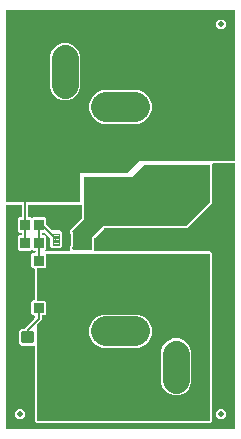
<source format=gtl>
G04 EAGLE Gerber RS-274X export*
G75*
%MOMM*%
%FSLAX34Y34*%
%LPD*%
%INTop Copper*%
%IPPOS*%
%AMOC8*
5,1,8,0,0,1.08239X$1,22.5*%
G01*
%ADD10R,1.200000X0.800000*%
%ADD11R,0.850000X0.900000*%
%ADD12R,2.100000X1.400000*%
%ADD13C,0.300000*%
%ADD14C,2.500000*%
%ADD15C,2.250000*%
%ADD16R,4.500000X2.600000*%
%ADD17C,0.120000*%
%ADD18C,0.500000*%
%ADD19C,0.152400*%
%ADD20C,0.756400*%

G36*
X175020Y424242D02*
X175020Y424242D01*
X175039Y424240D01*
X175141Y424262D01*
X175243Y424279D01*
X175260Y424288D01*
X175280Y424292D01*
X175369Y424345D01*
X175460Y424394D01*
X175474Y424408D01*
X175491Y424418D01*
X175558Y424497D01*
X175630Y424572D01*
X175638Y424590D01*
X175651Y424605D01*
X175690Y424701D01*
X175733Y424795D01*
X175735Y424815D01*
X175743Y424833D01*
X175761Y425000D01*
X175761Y449239D01*
X215000Y449239D01*
X215090Y449254D01*
X215181Y449261D01*
X215211Y449273D01*
X215243Y449279D01*
X215323Y449321D01*
X215407Y449357D01*
X215439Y449383D01*
X215460Y449394D01*
X215482Y449417D01*
X215538Y449462D01*
X225315Y459239D01*
X306444Y459239D01*
X306464Y459242D01*
X306483Y459240D01*
X306585Y459262D01*
X306687Y459279D01*
X306704Y459288D01*
X306724Y459292D01*
X306813Y459345D01*
X306904Y459394D01*
X306918Y459408D01*
X306935Y459418D01*
X307002Y459497D01*
X307074Y459572D01*
X307082Y459590D01*
X307095Y459605D01*
X307134Y459701D01*
X307177Y459795D01*
X307179Y459815D01*
X307187Y459833D01*
X307205Y460000D01*
X307205Y586444D01*
X307202Y586464D01*
X307204Y586483D01*
X307182Y586585D01*
X307166Y586687D01*
X307156Y586704D01*
X307152Y586724D01*
X307099Y586813D01*
X307050Y586904D01*
X307036Y586918D01*
X307026Y586935D01*
X306947Y587002D01*
X306872Y587074D01*
X306854Y587082D01*
X306839Y587095D01*
X306743Y587134D01*
X306649Y587177D01*
X306629Y587179D01*
X306611Y587187D01*
X306444Y587205D01*
X113556Y587205D01*
X113536Y587202D01*
X113517Y587204D01*
X113415Y587182D01*
X113313Y587166D01*
X113296Y587156D01*
X113276Y587152D01*
X113187Y587099D01*
X113096Y587050D01*
X113082Y587036D01*
X113065Y587026D01*
X112998Y586947D01*
X112926Y586872D01*
X112918Y586854D01*
X112905Y586839D01*
X112866Y586743D01*
X112823Y586649D01*
X112821Y586629D01*
X112813Y586611D01*
X112795Y586444D01*
X112795Y425000D01*
X112798Y424980D01*
X112796Y424961D01*
X112818Y424859D01*
X112834Y424757D01*
X112844Y424740D01*
X112848Y424720D01*
X112901Y424631D01*
X112950Y424540D01*
X112964Y424526D01*
X112974Y424509D01*
X113053Y424442D01*
X113128Y424371D01*
X113146Y424362D01*
X113161Y424349D01*
X113257Y424310D01*
X113351Y424267D01*
X113371Y424265D01*
X113389Y424257D01*
X113556Y424239D01*
X175000Y424239D01*
X175020Y424242D01*
G37*
G36*
X285020Y239242D02*
X285020Y239242D01*
X285039Y239240D01*
X285141Y239262D01*
X285243Y239279D01*
X285260Y239288D01*
X285280Y239292D01*
X285369Y239345D01*
X285460Y239394D01*
X285474Y239408D01*
X285491Y239418D01*
X285558Y239497D01*
X285630Y239572D01*
X285638Y239590D01*
X285651Y239605D01*
X285690Y239701D01*
X285733Y239795D01*
X285735Y239815D01*
X285743Y239833D01*
X285761Y240000D01*
X285761Y380000D01*
X285758Y380020D01*
X285760Y380039D01*
X285738Y380141D01*
X285722Y380243D01*
X285712Y380260D01*
X285708Y380280D01*
X285655Y380369D01*
X285606Y380460D01*
X285592Y380474D01*
X285582Y380491D01*
X285503Y380558D01*
X285428Y380630D01*
X285410Y380638D01*
X285395Y380651D01*
X285299Y380690D01*
X285205Y380733D01*
X285185Y380735D01*
X285167Y380743D01*
X285000Y380761D01*
X147336Y380761D01*
X147316Y380758D01*
X147297Y380760D01*
X147195Y380738D01*
X147093Y380722D01*
X147076Y380712D01*
X147056Y380708D01*
X146967Y380655D01*
X146876Y380606D01*
X146862Y380592D01*
X146845Y380582D01*
X146778Y380503D01*
X146706Y380428D01*
X146698Y380410D01*
X146685Y380395D01*
X146646Y380299D01*
X146603Y380205D01*
X146601Y380185D01*
X146593Y380167D01*
X146575Y380000D01*
X146575Y369868D01*
X145682Y368975D01*
X140000Y368975D01*
X139980Y368972D01*
X139961Y368974D01*
X139859Y368952D01*
X139757Y368936D01*
X139740Y368926D01*
X139720Y368922D01*
X139631Y368869D01*
X139540Y368820D01*
X139526Y368806D01*
X139509Y368796D01*
X139442Y368717D01*
X139371Y368642D01*
X139362Y368624D01*
X139349Y368609D01*
X139310Y368513D01*
X139267Y368419D01*
X139265Y368399D01*
X139257Y368381D01*
X139239Y368214D01*
X139239Y341786D01*
X139242Y341766D01*
X139240Y341747D01*
X139262Y341645D01*
X139279Y341543D01*
X139288Y341526D01*
X139292Y341506D01*
X139345Y341417D01*
X139394Y341326D01*
X139408Y341312D01*
X139418Y341295D01*
X139497Y341228D01*
X139572Y341156D01*
X139590Y341148D01*
X139605Y341135D01*
X139701Y341096D01*
X139795Y341053D01*
X139815Y341051D01*
X139833Y341043D01*
X140000Y341025D01*
X145682Y341025D01*
X146575Y340132D01*
X146575Y329868D01*
X145682Y328975D01*
X143848Y328975D01*
X143828Y328972D01*
X143809Y328974D01*
X143707Y328952D01*
X143605Y328936D01*
X143588Y328926D01*
X143568Y328922D01*
X143479Y328869D01*
X143388Y328820D01*
X143374Y328806D01*
X143357Y328796D01*
X143290Y328717D01*
X143218Y328642D01*
X143210Y328624D01*
X143197Y328609D01*
X143158Y328513D01*
X143115Y328419D01*
X143113Y328399D01*
X143105Y328381D01*
X143087Y328214D01*
X143087Y324853D01*
X139462Y321228D01*
X139419Y321169D01*
X139374Y321121D01*
X139366Y321104D01*
X139349Y321084D01*
X139337Y321054D01*
X139318Y321028D01*
X139294Y320949D01*
X139270Y320898D01*
X139268Y320884D01*
X139257Y320856D01*
X139253Y320815D01*
X139246Y320793D01*
X139247Y320761D01*
X139239Y320690D01*
X139239Y240000D01*
X139242Y239980D01*
X139240Y239961D01*
X139262Y239859D01*
X139279Y239757D01*
X139288Y239740D01*
X139292Y239720D01*
X139345Y239631D01*
X139394Y239540D01*
X139408Y239526D01*
X139418Y239509D01*
X139497Y239442D01*
X139572Y239371D01*
X139590Y239362D01*
X139605Y239349D01*
X139701Y239310D01*
X139795Y239267D01*
X139815Y239265D01*
X139833Y239257D01*
X140000Y239239D01*
X285000Y239239D01*
X285020Y239242D01*
G37*
G36*
X306464Y232798D02*
X306464Y232798D01*
X306483Y232796D01*
X306585Y232818D01*
X306687Y232834D01*
X306704Y232844D01*
X306724Y232848D01*
X306813Y232901D01*
X306904Y232950D01*
X306918Y232964D01*
X306935Y232974D01*
X307002Y233053D01*
X307074Y233128D01*
X307082Y233146D01*
X307095Y233161D01*
X307134Y233257D01*
X307177Y233351D01*
X307179Y233371D01*
X307187Y233389D01*
X307205Y233556D01*
X307205Y456476D01*
X307202Y456496D01*
X307204Y456515D01*
X307182Y456617D01*
X307166Y456719D01*
X307156Y456736D01*
X307152Y456756D01*
X307099Y456845D01*
X307050Y456936D01*
X307036Y456950D01*
X307026Y456967D01*
X306947Y457034D01*
X306872Y457106D01*
X306854Y457114D01*
X306839Y457127D01*
X306743Y457166D01*
X306649Y457209D01*
X306629Y457211D01*
X306611Y457219D01*
X306444Y457237D01*
X288508Y457237D01*
X288436Y457226D01*
X288365Y457224D01*
X288316Y457206D01*
X288265Y457198D01*
X288201Y457164D01*
X288134Y457139D01*
X288093Y457107D01*
X288048Y457082D01*
X287998Y457030D01*
X287942Y456985D01*
X287914Y456942D01*
X287878Y456904D01*
X287848Y456839D01*
X287809Y456778D01*
X287796Y456728D01*
X287775Y456681D01*
X287767Y456609D01*
X287749Y456540D01*
X287753Y456488D01*
X287747Y456437D01*
X287763Y456366D01*
X287763Y423856D01*
X266144Y402237D01*
X196460Y402237D01*
X196370Y402223D01*
X196279Y402215D01*
X196249Y402203D01*
X196217Y402198D01*
X196136Y402155D01*
X196052Y402119D01*
X196020Y402093D01*
X196000Y402082D01*
X195977Y402059D01*
X195921Y402014D01*
X187986Y394079D01*
X187933Y394005D01*
X187873Y393935D01*
X187861Y393905D01*
X187842Y393879D01*
X187815Y393792D01*
X187781Y393707D01*
X187777Y393666D01*
X187770Y393644D01*
X187771Y393612D01*
X187763Y393540D01*
X187763Y383658D01*
X187754Y383628D01*
X187755Y383556D01*
X187747Y383485D01*
X187758Y383434D01*
X187760Y383382D01*
X187784Y383315D01*
X187800Y383244D01*
X187826Y383200D01*
X187844Y383151D01*
X187889Y383095D01*
X187926Y383033D01*
X187965Y382999D01*
X187997Y382959D01*
X188058Y382920D01*
X188113Y382873D01*
X188161Y382854D01*
X188204Y382826D01*
X188274Y382808D01*
X188341Y382781D01*
X188412Y382773D01*
X188443Y382766D01*
X188466Y382767D01*
X188508Y382763D01*
X286144Y382763D01*
X287763Y381144D01*
X287763Y238856D01*
X286144Y237237D01*
X138856Y237237D01*
X137237Y238856D01*
X137237Y302238D01*
X137234Y302258D01*
X137236Y302277D01*
X137214Y302379D01*
X137198Y302481D01*
X137188Y302498D01*
X137184Y302518D01*
X137131Y302607D01*
X137082Y302698D01*
X137068Y302712D01*
X137058Y302729D01*
X136979Y302796D01*
X136904Y302868D01*
X136886Y302876D01*
X136871Y302889D01*
X136775Y302928D01*
X136681Y302971D01*
X136661Y302973D01*
X136643Y302981D01*
X136476Y302999D01*
X126280Y302999D01*
X124229Y305050D01*
X124229Y314950D01*
X126280Y317001D01*
X127778Y317001D01*
X127868Y317015D01*
X127959Y317023D01*
X127989Y317035D01*
X128021Y317040D01*
X128102Y317083D01*
X128186Y317119D01*
X128218Y317145D01*
X128238Y317156D01*
X128261Y317179D01*
X128317Y317224D01*
X137014Y325921D01*
X137061Y325986D01*
X137074Y326000D01*
X137077Y326007D01*
X137127Y326065D01*
X137139Y326095D01*
X137158Y326121D01*
X137185Y326208D01*
X137219Y326293D01*
X137223Y326334D01*
X137230Y326356D01*
X137229Y326388D01*
X137237Y326460D01*
X137237Y327738D01*
X137234Y327758D01*
X137236Y327777D01*
X137214Y327879D01*
X137198Y327981D01*
X137188Y327998D01*
X137184Y328018D01*
X137131Y328107D01*
X137082Y328198D01*
X137068Y328212D01*
X137058Y328229D01*
X136979Y328296D01*
X136904Y328368D01*
X136886Y328376D01*
X136871Y328389D01*
X136775Y328428D01*
X136681Y328471D01*
X136661Y328473D01*
X136643Y328481D01*
X136476Y328499D01*
X135721Y328499D01*
X134549Y329671D01*
X134549Y340329D01*
X135721Y341501D01*
X136476Y341501D01*
X136496Y341504D01*
X136515Y341502D01*
X136617Y341524D01*
X136719Y341540D01*
X136736Y341550D01*
X136756Y341554D01*
X136845Y341607D01*
X136936Y341656D01*
X136950Y341670D01*
X136967Y341680D01*
X137034Y341759D01*
X137106Y341834D01*
X137114Y341852D01*
X137127Y341867D01*
X137166Y341963D01*
X137209Y342057D01*
X137211Y342077D01*
X137219Y342095D01*
X137237Y342262D01*
X137237Y367738D01*
X137234Y367758D01*
X137236Y367777D01*
X137214Y367879D01*
X137198Y367981D01*
X137188Y367998D01*
X137184Y368018D01*
X137131Y368107D01*
X137082Y368198D01*
X137068Y368212D01*
X137058Y368229D01*
X136979Y368296D01*
X136904Y368368D01*
X136886Y368376D01*
X136871Y368389D01*
X136775Y368428D01*
X136681Y368471D01*
X136661Y368473D01*
X136643Y368481D01*
X136476Y368499D01*
X135721Y368499D01*
X134549Y369671D01*
X134549Y380329D01*
X135721Y381501D01*
X137276Y381501D01*
X137296Y381504D01*
X137315Y381502D01*
X137417Y381524D01*
X137519Y381540D01*
X137536Y381550D01*
X137556Y381554D01*
X137645Y381607D01*
X137736Y381656D01*
X137750Y381670D01*
X137767Y381680D01*
X137834Y381759D01*
X137906Y381834D01*
X137914Y381852D01*
X137927Y381867D01*
X137966Y381963D01*
X138009Y382057D01*
X138011Y382077D01*
X138019Y382095D01*
X138037Y382262D01*
X138037Y382738D01*
X138034Y382758D01*
X138036Y382777D01*
X138014Y382879D01*
X137998Y382981D01*
X137988Y382998D01*
X137984Y383018D01*
X137931Y383107D01*
X137882Y383198D01*
X137868Y383212D01*
X137858Y383229D01*
X137779Y383296D01*
X137704Y383368D01*
X137686Y383376D01*
X137671Y383389D01*
X137575Y383428D01*
X137481Y383471D01*
X137461Y383473D01*
X137443Y383481D01*
X137276Y383499D01*
X135721Y383499D01*
X135538Y383682D01*
X135522Y383694D01*
X135510Y383709D01*
X135422Y383766D01*
X135339Y383826D01*
X135320Y383832D01*
X135303Y383842D01*
X135202Y383868D01*
X135104Y383898D01*
X135084Y383898D01*
X135064Y383903D01*
X134961Y383894D01*
X134858Y383892D01*
X134839Y383885D01*
X134819Y383883D01*
X134724Y383843D01*
X134627Y383807D01*
X134611Y383795D01*
X134593Y383787D01*
X134462Y383682D01*
X134279Y383499D01*
X124121Y383499D01*
X122949Y384671D01*
X122949Y395329D01*
X124121Y396501D01*
X125676Y396501D01*
X125696Y396504D01*
X125715Y396502D01*
X125817Y396524D01*
X125919Y396540D01*
X125936Y396550D01*
X125956Y396554D01*
X126045Y396607D01*
X126136Y396656D01*
X126150Y396670D01*
X126167Y396680D01*
X126234Y396759D01*
X126306Y396834D01*
X126314Y396852D01*
X126327Y396867D01*
X126366Y396963D01*
X126409Y397057D01*
X126411Y397077D01*
X126419Y397095D01*
X126437Y397262D01*
X126437Y397738D01*
X126434Y397758D01*
X126436Y397777D01*
X126414Y397879D01*
X126398Y397981D01*
X126388Y397998D01*
X126384Y398018D01*
X126331Y398107D01*
X126282Y398198D01*
X126268Y398212D01*
X126258Y398229D01*
X126179Y398296D01*
X126104Y398368D01*
X126086Y398376D01*
X126071Y398389D01*
X125975Y398428D01*
X125881Y398471D01*
X125861Y398473D01*
X125843Y398481D01*
X125676Y398499D01*
X124121Y398499D01*
X122949Y399671D01*
X122949Y410329D01*
X124121Y411501D01*
X125676Y411501D01*
X125696Y411504D01*
X125715Y411502D01*
X125817Y411524D01*
X125919Y411540D01*
X125936Y411550D01*
X125956Y411554D01*
X126045Y411607D01*
X126136Y411656D01*
X126150Y411670D01*
X126167Y411680D01*
X126234Y411759D01*
X126306Y411834D01*
X126314Y411852D01*
X126327Y411867D01*
X126366Y411963D01*
X126409Y412057D01*
X126411Y412077D01*
X126419Y412095D01*
X126437Y412262D01*
X126437Y421476D01*
X126434Y421496D01*
X126436Y421515D01*
X126414Y421617D01*
X126398Y421719D01*
X126388Y421736D01*
X126384Y421756D01*
X126331Y421845D01*
X126282Y421936D01*
X126268Y421950D01*
X126258Y421967D01*
X126179Y422034D01*
X126104Y422106D01*
X126086Y422114D01*
X126071Y422127D01*
X125975Y422166D01*
X125881Y422209D01*
X125861Y422211D01*
X125843Y422219D01*
X125676Y422237D01*
X113556Y422237D01*
X113536Y422234D01*
X113517Y422236D01*
X113415Y422214D01*
X113313Y422198D01*
X113296Y422188D01*
X113276Y422184D01*
X113187Y422131D01*
X113096Y422082D01*
X113082Y422068D01*
X113065Y422058D01*
X112998Y421979D01*
X112926Y421904D01*
X112918Y421886D01*
X112905Y421871D01*
X112866Y421775D01*
X112823Y421681D01*
X112821Y421661D01*
X112813Y421643D01*
X112795Y421476D01*
X112795Y233556D01*
X112798Y233536D01*
X112796Y233517D01*
X112818Y233415D01*
X112834Y233313D01*
X112844Y233296D01*
X112848Y233276D01*
X112901Y233187D01*
X112950Y233096D01*
X112964Y233082D01*
X112974Y233065D01*
X113053Y232998D01*
X113128Y232926D01*
X113146Y232918D01*
X113161Y232905D01*
X113257Y232866D01*
X113351Y232823D01*
X113371Y232821D01*
X113389Y232813D01*
X113556Y232795D01*
X306444Y232795D01*
X306464Y232798D01*
G37*
G36*
X185020Y384242D02*
X185020Y384242D01*
X185039Y384240D01*
X185141Y384262D01*
X185243Y384279D01*
X185260Y384288D01*
X185280Y384292D01*
X185369Y384345D01*
X185460Y384394D01*
X185474Y384408D01*
X185491Y384418D01*
X185558Y384497D01*
X185630Y384572D01*
X185638Y384590D01*
X185651Y384605D01*
X185690Y384701D01*
X185733Y384795D01*
X185735Y384815D01*
X185743Y384833D01*
X185761Y385000D01*
X185761Y394685D01*
X195315Y404239D01*
X265000Y404239D01*
X265090Y404254D01*
X265181Y404261D01*
X265211Y404273D01*
X265243Y404279D01*
X265323Y404321D01*
X265407Y404357D01*
X265439Y404383D01*
X265460Y404394D01*
X265482Y404417D01*
X265538Y404462D01*
X285538Y424462D01*
X285591Y424536D01*
X285651Y424605D01*
X285663Y424635D01*
X285682Y424661D01*
X285709Y424748D01*
X285743Y424833D01*
X285747Y424874D01*
X285754Y424897D01*
X285753Y424929D01*
X285761Y425000D01*
X285761Y455000D01*
X285758Y455020D01*
X285760Y455039D01*
X285738Y455141D01*
X285722Y455243D01*
X285712Y455260D01*
X285708Y455280D01*
X285655Y455369D01*
X285606Y455460D01*
X285592Y455474D01*
X285582Y455491D01*
X285503Y455558D01*
X285428Y455630D01*
X285410Y455638D01*
X285395Y455651D01*
X285299Y455690D01*
X285205Y455733D01*
X285185Y455735D01*
X285167Y455743D01*
X285000Y455761D01*
X230000Y455761D01*
X229910Y455747D01*
X229819Y455739D01*
X229789Y455727D01*
X229757Y455722D01*
X229677Y455679D01*
X229593Y455643D01*
X229561Y455617D01*
X229540Y455606D01*
X229518Y455583D01*
X229462Y455538D01*
X219685Y445761D01*
X180000Y445761D01*
X179980Y445758D01*
X179961Y445760D01*
X179859Y445738D01*
X179757Y445722D01*
X179740Y445712D01*
X179720Y445708D01*
X179631Y445655D01*
X179540Y445606D01*
X179526Y445592D01*
X179509Y445582D01*
X179442Y445503D01*
X179371Y445428D01*
X179362Y445410D01*
X179349Y445395D01*
X179310Y445299D01*
X179267Y445205D01*
X179265Y445185D01*
X179257Y445167D01*
X179239Y445000D01*
X179239Y410315D01*
X169462Y400538D01*
X169409Y400464D01*
X169349Y400395D01*
X169337Y400365D01*
X169318Y400339D01*
X169291Y400252D01*
X169257Y400167D01*
X169253Y400126D01*
X169246Y400103D01*
X169247Y400071D01*
X169239Y400000D01*
X169239Y399381D01*
X169254Y399291D01*
X169261Y399200D01*
X169273Y399171D01*
X169279Y399139D01*
X169321Y399058D01*
X169357Y398974D01*
X169383Y398942D01*
X169394Y398921D01*
X169417Y398899D01*
X169462Y398843D01*
X169525Y398780D01*
X169525Y387220D01*
X169462Y387157D01*
X169409Y387083D01*
X169349Y387013D01*
X169337Y386983D01*
X169318Y386957D01*
X169291Y386870D01*
X169257Y386785D01*
X169253Y386744D01*
X169246Y386722D01*
X169247Y386690D01*
X169239Y386619D01*
X169239Y385000D01*
X169242Y384980D01*
X169240Y384961D01*
X169262Y384859D01*
X169279Y384757D01*
X169288Y384740D01*
X169292Y384720D01*
X169345Y384631D01*
X169394Y384540D01*
X169408Y384526D01*
X169418Y384509D01*
X169497Y384442D01*
X169572Y384371D01*
X169590Y384362D01*
X169605Y384349D01*
X169701Y384310D01*
X169795Y384267D01*
X169815Y384265D01*
X169833Y384257D01*
X170000Y384239D01*
X185000Y384239D01*
X185020Y384242D01*
G37*
%LPC*%
G36*
X194710Y490975D02*
X194710Y490975D01*
X189556Y493110D01*
X185610Y497056D01*
X183475Y502210D01*
X183475Y507790D01*
X185610Y512944D01*
X189556Y516890D01*
X194710Y519025D01*
X225290Y519025D01*
X230444Y516890D01*
X234390Y512944D01*
X236525Y507790D01*
X236525Y502210D01*
X234390Y497056D01*
X230444Y493110D01*
X225290Y490975D01*
X194710Y490975D01*
G37*
%LPD*%
%LPC*%
G36*
X194710Y300975D02*
X194710Y300975D01*
X189556Y303110D01*
X185610Y307056D01*
X183475Y312210D01*
X183475Y317790D01*
X185610Y322944D01*
X189556Y326890D01*
X194710Y329025D01*
X225290Y329025D01*
X230444Y326890D01*
X234390Y322944D01*
X236525Y317790D01*
X236525Y312210D01*
X234390Y307056D01*
X230444Y303110D01*
X225290Y300975D01*
X194710Y300975D01*
G37*
%LPD*%
%LPC*%
G36*
X160459Y510975D02*
X160459Y510975D01*
X155764Y512920D01*
X152170Y516514D01*
X150225Y521209D01*
X150225Y548791D01*
X152170Y553486D01*
X155764Y557080D01*
X160459Y559025D01*
X165541Y559025D01*
X170236Y557080D01*
X173830Y553486D01*
X175775Y548791D01*
X175775Y521209D01*
X173830Y516514D01*
X170236Y512920D01*
X165541Y510975D01*
X160459Y510975D01*
G37*
%LPD*%
%LPC*%
G36*
X254459Y260975D02*
X254459Y260975D01*
X249764Y262920D01*
X246170Y266514D01*
X244225Y271209D01*
X244225Y298791D01*
X246170Y303486D01*
X249764Y307080D01*
X254459Y309025D01*
X259541Y309025D01*
X264236Y307080D01*
X267830Y303486D01*
X269775Y298791D01*
X269775Y271209D01*
X267830Y266514D01*
X264236Y262920D01*
X259541Y260975D01*
X254459Y260975D01*
G37*
%LPD*%
G36*
X166564Y382774D02*
X166564Y382774D01*
X166635Y382776D01*
X166684Y382794D01*
X166735Y382802D01*
X166799Y382836D01*
X166866Y382861D01*
X166907Y382893D01*
X166952Y382918D01*
X167002Y382970D01*
X167058Y383015D01*
X167086Y383058D01*
X167122Y383096D01*
X167152Y383161D01*
X167191Y383222D01*
X167204Y383272D01*
X167225Y383319D01*
X167233Y383391D01*
X167251Y383460D01*
X167247Y383512D01*
X167253Y383563D01*
X167237Y383634D01*
X167237Y401144D01*
X177014Y410921D01*
X177067Y410995D01*
X177127Y411065D01*
X177139Y411095D01*
X177158Y411121D01*
X177185Y411208D01*
X177219Y411293D01*
X177223Y411334D01*
X177230Y411356D01*
X177229Y411388D01*
X177237Y411460D01*
X177237Y421492D01*
X177226Y421564D01*
X177224Y421635D01*
X177206Y421684D01*
X177198Y421735D01*
X177164Y421799D01*
X177139Y421866D01*
X177107Y421907D01*
X177082Y421952D01*
X177030Y422002D01*
X176985Y422058D01*
X176942Y422086D01*
X176904Y422122D01*
X176839Y422152D01*
X176778Y422191D01*
X176728Y422204D01*
X176681Y422225D01*
X176609Y422233D01*
X176540Y422251D01*
X176488Y422247D01*
X176437Y422253D01*
X176366Y422237D01*
X132724Y422237D01*
X132704Y422234D01*
X132685Y422236D01*
X132583Y422214D01*
X132481Y422198D01*
X132464Y422188D01*
X132444Y422184D01*
X132355Y422131D01*
X132264Y422082D01*
X132250Y422068D01*
X132233Y422058D01*
X132166Y421979D01*
X132094Y421904D01*
X132086Y421886D01*
X132073Y421871D01*
X132034Y421775D01*
X131991Y421681D01*
X131989Y421661D01*
X131981Y421643D01*
X131963Y421476D01*
X131963Y412262D01*
X131966Y412242D01*
X131964Y412223D01*
X131986Y412121D01*
X132002Y412019D01*
X132012Y412002D01*
X132016Y411982D01*
X132069Y411893D01*
X132118Y411802D01*
X132132Y411788D01*
X132142Y411771D01*
X132221Y411704D01*
X132296Y411632D01*
X132314Y411624D01*
X132329Y411611D01*
X132425Y411572D01*
X132519Y411529D01*
X132539Y411527D01*
X132557Y411519D01*
X132724Y411501D01*
X134279Y411501D01*
X134462Y411318D01*
X134478Y411306D01*
X134490Y411291D01*
X134578Y411234D01*
X134661Y411174D01*
X134680Y411168D01*
X134697Y411158D01*
X134798Y411132D01*
X134897Y411102D01*
X134917Y411102D01*
X134936Y411097D01*
X135039Y411106D01*
X135142Y411108D01*
X135161Y411115D01*
X135181Y411117D01*
X135276Y411157D01*
X135373Y411193D01*
X135389Y411205D01*
X135407Y411213D01*
X135538Y411318D01*
X135721Y411501D01*
X145879Y411501D01*
X147051Y410329D01*
X147051Y405672D01*
X147065Y405582D01*
X147073Y405491D01*
X147085Y405461D01*
X147090Y405429D01*
X147133Y405348D01*
X147169Y405264D01*
X147195Y405232D01*
X147206Y405212D01*
X147229Y405189D01*
X147274Y405133D01*
X151683Y400724D01*
X151757Y400671D01*
X151827Y400611D01*
X151857Y400599D01*
X151883Y400580D01*
X151970Y400553D01*
X152055Y400519D01*
X152096Y400515D01*
X152118Y400508D01*
X152150Y400509D01*
X152222Y400501D01*
X158977Y400501D01*
X160501Y398977D01*
X160501Y387023D01*
X158977Y385499D01*
X152023Y385499D01*
X150499Y387023D01*
X150499Y393778D01*
X150485Y393868D01*
X150477Y393959D01*
X150465Y393989D01*
X150460Y394021D01*
X150417Y394102D01*
X150381Y394186D01*
X150355Y394218D01*
X150344Y394238D01*
X150321Y394261D01*
X150276Y394317D01*
X146317Y398276D01*
X146243Y398329D01*
X146173Y398389D01*
X146143Y398401D01*
X146117Y398420D01*
X146030Y398447D01*
X145945Y398481D01*
X145904Y398485D01*
X145882Y398492D01*
X145850Y398491D01*
X145778Y398499D01*
X144324Y398499D01*
X144304Y398496D01*
X144285Y398498D01*
X144183Y398476D01*
X144081Y398460D01*
X144064Y398450D01*
X144044Y398446D01*
X143955Y398393D01*
X143864Y398344D01*
X143850Y398330D01*
X143833Y398320D01*
X143766Y398241D01*
X143694Y398166D01*
X143686Y398148D01*
X143673Y398133D01*
X143634Y398037D01*
X143591Y397943D01*
X143589Y397923D01*
X143581Y397905D01*
X143563Y397738D01*
X143563Y397262D01*
X143566Y397242D01*
X143564Y397223D01*
X143586Y397121D01*
X143602Y397019D01*
X143612Y397002D01*
X143616Y396982D01*
X143669Y396893D01*
X143718Y396802D01*
X143732Y396788D01*
X143742Y396771D01*
X143821Y396704D01*
X143896Y396632D01*
X143914Y396624D01*
X143929Y396611D01*
X144025Y396572D01*
X144119Y396529D01*
X144139Y396527D01*
X144157Y396519D01*
X144324Y396501D01*
X145879Y396501D01*
X147051Y395329D01*
X147051Y384671D01*
X146442Y384062D01*
X146400Y384004D01*
X146350Y383952D01*
X146329Y383905D01*
X146298Y383863D01*
X146277Y383794D01*
X146247Y383729D01*
X146241Y383677D01*
X146226Y383627D01*
X146228Y383556D01*
X146220Y383485D01*
X146231Y383434D01*
X146232Y383382D01*
X146257Y383314D01*
X146272Y383244D01*
X146299Y383199D01*
X146317Y383151D01*
X146361Y383095D01*
X146398Y383033D01*
X146438Y382999D01*
X146470Y382959D01*
X146531Y382920D01*
X146585Y382873D01*
X146633Y382854D01*
X146677Y382826D01*
X146747Y382808D01*
X146813Y382781D01*
X146885Y382773D01*
X146916Y382765D01*
X146939Y382767D01*
X146980Y382763D01*
X166492Y382763D01*
X166564Y382774D01*
G37*
%LPC*%
G36*
X293136Y240499D02*
X293136Y240499D01*
X290499Y243136D01*
X290499Y246864D01*
X293136Y249501D01*
X296864Y249501D01*
X299501Y246864D01*
X299501Y243136D01*
X296864Y240499D01*
X293136Y240499D01*
G37*
%LPD*%
%LPC*%
G36*
X123136Y240499D02*
X123136Y240499D01*
X120499Y243136D01*
X120499Y246864D01*
X123136Y249501D01*
X126864Y249501D01*
X129501Y246864D01*
X129501Y243136D01*
X126864Y240499D01*
X123136Y240499D01*
G37*
%LPD*%
%LPC*%
G36*
X293333Y570975D02*
X293333Y570975D01*
X290975Y573333D01*
X290975Y576667D01*
X293333Y579025D01*
X296667Y579025D01*
X299025Y576667D01*
X299025Y573333D01*
X296667Y570975D01*
X293333Y570975D01*
G37*
%LPD*%
D10*
X195000Y371000D03*
X195000Y389000D03*
X165000Y429000D03*
X165000Y411000D03*
D11*
X140800Y390000D03*
X129200Y390000D03*
D12*
X190000Y413000D03*
X190000Y457000D03*
D13*
X134730Y313500D02*
X134730Y306500D01*
X127730Y306500D01*
X127730Y313500D01*
X134730Y313500D01*
X134730Y309350D02*
X127730Y309350D01*
X127730Y312200D02*
X134730Y312200D01*
X152270Y313500D02*
X152270Y306500D01*
X145270Y306500D01*
X145270Y313500D01*
X152270Y313500D01*
X152270Y309350D02*
X145270Y309350D01*
X145270Y312200D02*
X152270Y312200D01*
D14*
X197500Y315000D02*
X222500Y315000D01*
D15*
X221250Y255000D02*
X198750Y255000D01*
X257000Y273750D02*
X257000Y296250D01*
D14*
X222500Y505000D02*
X197500Y505000D01*
D15*
X198750Y565000D02*
X221250Y565000D01*
X163000Y546250D02*
X163000Y523750D01*
D16*
X260000Y360000D03*
X260000Y440000D03*
D11*
X140800Y405000D03*
X129200Y405000D03*
X129200Y375000D03*
X140800Y375000D03*
X129200Y335000D03*
X140800Y335000D03*
D17*
X172100Y388100D02*
X172100Y397900D01*
X176900Y397900D01*
X176900Y388100D01*
X172100Y388100D01*
X172100Y389240D02*
X176900Y389240D01*
X176900Y390380D02*
X172100Y390380D01*
X172100Y391520D02*
X176900Y391520D01*
X176900Y392660D02*
X172100Y392660D01*
X172100Y393800D02*
X176900Y393800D01*
X176900Y394940D02*
X172100Y394940D01*
X172100Y396080D02*
X176900Y396080D01*
X176900Y397220D02*
X172100Y397220D01*
X162600Y397900D02*
X162600Y388100D01*
X162600Y397900D02*
X167400Y397900D01*
X167400Y388100D01*
X162600Y388100D01*
X162600Y389240D02*
X167400Y389240D01*
X167400Y390380D02*
X162600Y390380D01*
X162600Y391520D02*
X167400Y391520D01*
X167400Y392660D02*
X162600Y392660D01*
X162600Y393800D02*
X167400Y393800D01*
X167400Y394940D02*
X162600Y394940D01*
X162600Y396080D02*
X167400Y396080D01*
X167400Y397220D02*
X162600Y397220D01*
X153100Y397900D02*
X153100Y388100D01*
X153100Y397900D02*
X157900Y397900D01*
X157900Y388100D01*
X153100Y388100D01*
X153100Y389240D02*
X157900Y389240D01*
X157900Y390380D02*
X153100Y390380D01*
X153100Y391520D02*
X157900Y391520D01*
X157900Y392660D02*
X153100Y392660D01*
X153100Y393800D02*
X157900Y393800D01*
X157900Y394940D02*
X153100Y394940D01*
X153100Y396080D02*
X157900Y396080D01*
X157900Y397220D02*
X153100Y397220D01*
X153100Y371900D02*
X153100Y362100D01*
X153100Y371900D02*
X157900Y371900D01*
X157900Y362100D01*
X153100Y362100D01*
X153100Y363240D02*
X157900Y363240D01*
X157900Y364380D02*
X153100Y364380D01*
X153100Y365520D02*
X157900Y365520D01*
X157900Y366660D02*
X153100Y366660D01*
X153100Y367800D02*
X157900Y367800D01*
X157900Y368940D02*
X153100Y368940D01*
X153100Y370080D02*
X157900Y370080D01*
X157900Y371220D02*
X153100Y371220D01*
X172100Y371900D02*
X172100Y362100D01*
X172100Y371900D02*
X176900Y371900D01*
X176900Y362100D01*
X172100Y362100D01*
X172100Y363240D02*
X176900Y363240D01*
X176900Y364380D02*
X172100Y364380D01*
X172100Y365520D02*
X176900Y365520D01*
X176900Y366660D02*
X172100Y366660D01*
X172100Y367800D02*
X176900Y367800D01*
X176900Y368940D02*
X172100Y368940D01*
X172100Y370080D02*
X176900Y370080D01*
X176900Y371220D02*
X172100Y371220D01*
D18*
X125000Y245000D03*
X295000Y245000D03*
X295000Y575000D03*
D19*
X129200Y390800D02*
X129200Y390000D01*
X129200Y390800D02*
X129200Y405000D01*
X129200Y424200D01*
X134000Y429000D02*
X165000Y429000D01*
X134000Y429000D02*
X129200Y424200D01*
D20*
X120000Y415000D03*
X140000Y415000D03*
X150000Y415000D03*
X210000Y395000D03*
X300000Y395000D03*
X300000Y260000D03*
X120000Y260000D03*
X120000Y365000D03*
D19*
X140800Y405000D02*
X143500Y405000D01*
X155500Y393000D01*
X140800Y390000D02*
X140800Y405000D01*
X140800Y390000D02*
X140800Y375000D01*
X131230Y316230D02*
X131230Y310000D01*
X140800Y325800D02*
X140800Y335000D01*
X140800Y325800D02*
X131230Y316230D01*
M02*

</source>
